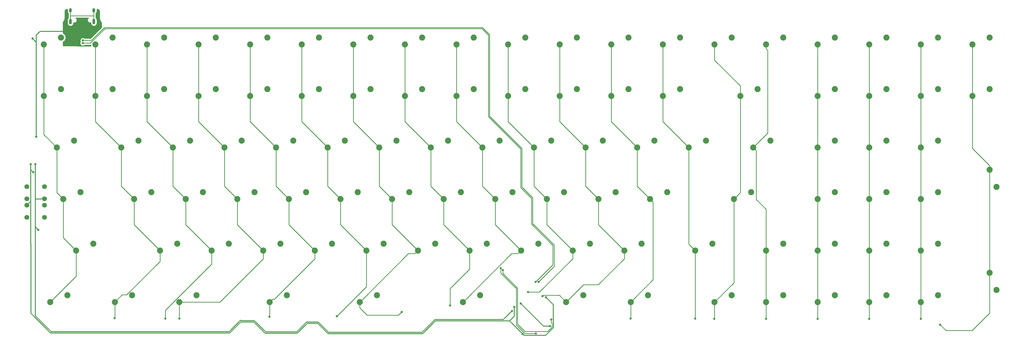
<source format=gbr>
G04 #@! TF.GenerationSoftware,KiCad,Pcbnew,(5.1.4)-1*
G04 #@! TF.CreationDate,2020-08-16T19:21:30-07:00*
G04 #@! TF.ProjectId,v1PCB,76315043-422e-46b6-9963-61645f706362,rev?*
G04 #@! TF.SameCoordinates,Original*
G04 #@! TF.FileFunction,Copper,L1,Top*
G04 #@! TF.FilePolarity,Positive*
%FSLAX46Y46*%
G04 Gerber Fmt 4.6, Leading zero omitted, Abs format (unit mm)*
G04 Created by KiCad (PCBNEW (5.1.4)-1) date 2020-08-16 19:21:30*
%MOMM*%
%LPD*%
G04 APERTURE LIST*
%ADD10C,2.250000*%
%ADD11O,1.000000X2.100000*%
%ADD12O,1.000000X1.600000*%
%ADD13C,1.800000*%
%ADD14C,0.800000*%
%ADD15C,0.304800*%
%ADD16C,0.254000*%
G04 APERTURE END LIST*
D10*
X281146250Y-206502000D03*
X274796250Y-209042000D03*
X126365000Y-111252000D03*
X120015000Y-113792000D03*
D11*
X129823750Y-105332000D03*
X138463750Y-105332000D03*
D12*
X129823750Y-101152000D03*
X138463750Y-101152000D03*
D10*
X138271250Y-187452000D03*
X131921250Y-189992000D03*
X450215000Y-206502000D03*
X443865000Y-209042000D03*
X450215000Y-187452000D03*
X443865000Y-189992000D03*
D13*
X113717000Y-177764000D03*
X120217000Y-173264000D03*
X113717000Y-173264000D03*
X120217000Y-177764000D03*
D10*
X319246250Y-206502000D03*
X312896250Y-209042000D03*
X145415000Y-111252000D03*
X139065000Y-113792000D03*
X471805000Y-204597000D03*
X469265000Y-198247000D03*
X471805000Y-166497000D03*
X469265000Y-160147000D03*
X209708750Y-206502000D03*
X203358750Y-209042000D03*
X366871250Y-187452000D03*
X360521250Y-189992000D03*
X381158750Y-168402000D03*
X374808750Y-170942000D03*
X383540000Y-130302000D03*
X377190000Y-132842000D03*
X321627500Y-187452000D03*
X315277500Y-189992000D03*
X302577500Y-187452000D03*
X296227500Y-189992000D03*
X169227500Y-187452000D03*
X162877500Y-189992000D03*
X240665000Y-111252000D03*
X234315000Y-113792000D03*
X183515000Y-111252000D03*
X177165000Y-113792000D03*
X393065000Y-187452000D03*
X386715000Y-189992000D03*
X173990000Y-149352000D03*
X167640000Y-151892000D03*
X412115000Y-149352000D03*
X405765000Y-151892000D03*
X431165000Y-206502000D03*
X424815000Y-209042000D03*
X412115000Y-206502000D03*
X405765000Y-209042000D03*
X393065000Y-206502000D03*
X386715000Y-209042000D03*
X374015000Y-206502000D03*
X367665000Y-209042000D03*
X343058750Y-206502000D03*
X336708750Y-209042000D03*
X243046250Y-206502000D03*
X236696250Y-209042000D03*
X176371250Y-206502000D03*
X170021250Y-209042000D03*
X152558750Y-206502000D03*
X146208750Y-209042000D03*
X128746250Y-206502000D03*
X122396250Y-209042000D03*
X431165000Y-187452000D03*
X424815000Y-189992000D03*
X412115000Y-187452000D03*
X405765000Y-189992000D03*
X340677500Y-187452000D03*
X334327500Y-189992000D03*
X283527500Y-187452000D03*
X277177500Y-189992000D03*
X264477500Y-187452000D03*
X258127500Y-189992000D03*
X245427500Y-187452000D03*
X239077500Y-189992000D03*
X226377500Y-187452000D03*
X220027500Y-189992000D03*
X207327500Y-187452000D03*
X200977500Y-189992000D03*
X188277500Y-187452000D03*
X181927500Y-189992000D03*
X450215000Y-168402000D03*
X443865000Y-170942000D03*
X431165000Y-168402000D03*
X424815000Y-170942000D03*
X412115000Y-168402000D03*
X405765000Y-170942000D03*
X350202500Y-168402000D03*
X343852500Y-170942000D03*
X331152500Y-168402000D03*
X324802500Y-170942000D03*
X312102500Y-168402000D03*
X305752500Y-170942000D03*
X293052500Y-168402000D03*
X286702500Y-170942000D03*
X274002500Y-168402000D03*
X267652500Y-170942000D03*
X254952500Y-168402000D03*
X248602500Y-170942000D03*
X235902500Y-168402000D03*
X229552500Y-170942000D03*
X216852500Y-168402000D03*
X210502500Y-170942000D03*
X197802500Y-168402000D03*
X191452500Y-170942000D03*
X178752500Y-168402000D03*
X172402500Y-170942000D03*
X159702500Y-168402000D03*
X153352500Y-170942000D03*
X133508750Y-168402000D03*
X127158750Y-170942000D03*
X450215000Y-149352000D03*
X443865000Y-151892000D03*
X431165000Y-149352000D03*
X424815000Y-151892000D03*
X388302500Y-149352000D03*
X381952500Y-151892000D03*
X364490000Y-149352000D03*
X358140000Y-151892000D03*
X345440000Y-149352000D03*
X339090000Y-151892000D03*
X326390000Y-149352000D03*
X320040000Y-151892000D03*
X307340000Y-149352000D03*
X300990000Y-151892000D03*
X288290000Y-149352000D03*
X281940000Y-151892000D03*
X269240000Y-149352000D03*
X262890000Y-151892000D03*
X250190000Y-149352000D03*
X243840000Y-151892000D03*
X231140000Y-149352000D03*
X224790000Y-151892000D03*
X212090000Y-149352000D03*
X205740000Y-151892000D03*
X193040000Y-149352000D03*
X186690000Y-151892000D03*
X154940000Y-149352000D03*
X148590000Y-151892000D03*
X131127500Y-149352000D03*
X124777500Y-151892000D03*
X469265000Y-130302000D03*
X462915000Y-132842000D03*
X450215000Y-130302000D03*
X443865000Y-132842000D03*
X431165000Y-130302000D03*
X424815000Y-132842000D03*
X412115000Y-130302000D03*
X405765000Y-132842000D03*
X354965000Y-130302000D03*
X348615000Y-132842000D03*
X335915000Y-130302000D03*
X329565000Y-132842000D03*
X316865000Y-130302000D03*
X310515000Y-132842000D03*
X297815000Y-130302000D03*
X291465000Y-132842000D03*
X278765000Y-130302000D03*
X272415000Y-132842000D03*
X259715000Y-130302000D03*
X253365000Y-132842000D03*
X240665000Y-130302000D03*
X234315000Y-132842000D03*
X221615000Y-130302000D03*
X215265000Y-132842000D03*
X202565000Y-130302000D03*
X196215000Y-132842000D03*
X183515000Y-130302000D03*
X177165000Y-132842000D03*
X164465000Y-130302000D03*
X158115000Y-132842000D03*
X145415000Y-130302000D03*
X139065000Y-132842000D03*
X126365000Y-130302000D03*
X120015000Y-132842000D03*
X469265000Y-111252000D03*
X462915000Y-113792000D03*
X450215000Y-111252000D03*
X443865000Y-113792000D03*
X431165000Y-111252000D03*
X424815000Y-113792000D03*
X412115000Y-111252000D03*
X405765000Y-113792000D03*
X393065000Y-111252000D03*
X386715000Y-113792000D03*
X374015000Y-111252000D03*
X367665000Y-113792000D03*
X354965000Y-111252000D03*
X348615000Y-113792000D03*
X335915000Y-111252000D03*
X329565000Y-113792000D03*
X316865000Y-111252000D03*
X310515000Y-113792000D03*
X297815000Y-111252000D03*
X291465000Y-113792000D03*
X278765000Y-111252000D03*
X272415000Y-113792000D03*
X259715000Y-111252000D03*
X253365000Y-113792000D03*
X221615000Y-111252000D03*
X215265000Y-113792000D03*
X202565000Y-111252000D03*
X196215000Y-113792000D03*
X164465000Y-111252000D03*
X158115000Y-113792000D03*
D13*
X120217000Y-166406000D03*
X113717000Y-170906000D03*
X120217000Y-170906000D03*
X113717000Y-166406000D03*
D14*
X116840000Y-158115000D03*
X117221000Y-147955000D03*
X115824000Y-111633000D03*
X117983000Y-182372000D03*
X292850000Y-212350000D03*
X130429000Y-108966000D03*
X137922000Y-108966000D03*
X146177000Y-215012250D03*
X164846000Y-215171000D03*
X170053000Y-215171000D03*
X203327000Y-214503000D03*
X228195933Y-214272067D03*
X252174317Y-212677317D03*
X270002000Y-210312000D03*
X298831000Y-205359000D03*
X304165000Y-206883000D03*
X336677000Y-215163000D03*
X360553000Y-215138000D03*
X367538000Y-215265000D03*
X386715000Y-215265000D03*
X405765000Y-215265000D03*
X424815000Y-215265000D03*
X443865000Y-215265000D03*
X450977000Y-217424000D03*
X115189000Y-158115000D03*
X116078000Y-161036000D03*
X305435000Y-207264000D03*
X293751000Y-210820000D03*
X296068750Y-209550000D03*
X306959000Y-217932000D03*
X296745308Y-220779692D03*
X301713849Y-220611751D03*
X288724990Y-196504000D03*
X289451990Y-197231000D03*
X307390800Y-215480001D03*
X134414399Y-112313604D03*
X302678863Y-201586771D03*
X134394850Y-113313415D03*
X301625000Y-201612500D03*
D15*
X116840000Y-179705000D02*
X116840000Y-178816000D01*
X116840000Y-178816000D02*
X116840000Y-158115000D01*
X117221000Y-117348000D02*
X117221000Y-147955000D01*
X116223999Y-112032999D02*
X117221000Y-113030000D01*
X115824000Y-111633000D02*
X116223999Y-112032999D01*
X117221000Y-113030000D02*
X117221000Y-117348000D01*
X118908208Y-170942000D02*
X116840000Y-170942000D01*
X118944208Y-170906000D02*
X118908208Y-170942000D01*
X120217000Y-170906000D02*
X118944208Y-170906000D01*
X116840000Y-158115000D02*
X116840000Y-170942000D01*
X116840000Y-170942000D02*
X116840000Y-178516000D01*
X116840000Y-181229000D02*
X116840000Y-180594000D01*
X117983000Y-182372000D02*
X116840000Y-181229000D01*
X116840000Y-179705000D02*
X116840000Y-180594000D01*
X221361000Y-216408000D02*
X225171000Y-220218000D01*
X217043000Y-216408000D02*
X221361000Y-216408000D01*
X213360000Y-220091000D02*
X217043000Y-216408000D01*
X201930000Y-220091000D02*
X213360000Y-220091000D01*
X197739000Y-215900000D02*
X201930000Y-220091000D01*
X116840000Y-214122000D02*
X122682000Y-219964000D01*
X225171000Y-220218000D02*
X259715000Y-220218000D01*
X116840000Y-180594000D02*
X116840000Y-214122000D01*
X259715000Y-220218000D02*
X264414000Y-215519000D01*
X122682000Y-219964000D02*
X188468000Y-219964000D01*
X188468000Y-219964000D02*
X192659000Y-215773000D01*
X192659000Y-215773000D02*
X192786000Y-215900000D01*
X192786000Y-215900000D02*
X197739000Y-215900000D01*
X289306000Y-215519000D02*
X264414000Y-215519000D01*
X289306000Y-215519000D02*
X289681000Y-215519000D01*
X289681000Y-215519000D02*
X292850000Y-212350000D01*
X130429000Y-108966000D02*
X137922000Y-108966000D01*
X118618000Y-108966000D02*
X117221000Y-110363000D01*
X130429000Y-108966000D02*
X118618000Y-108966000D01*
X117221000Y-110363000D02*
X117221000Y-113030000D01*
D16*
X120015000Y-132842000D02*
X120015000Y-131251010D01*
X120015000Y-131251010D02*
X120015000Y-113792000D01*
X131921250Y-189992000D02*
X131921250Y-199517000D01*
X131921250Y-199517000D02*
X122396250Y-209042000D01*
X127158750Y-170942000D02*
X127158750Y-185229500D01*
X127158750Y-185229500D02*
X131921250Y-189992000D01*
X124777500Y-151892000D02*
X124777500Y-168560750D01*
X124777500Y-168560750D02*
X127158750Y-170942000D01*
X120015000Y-132842000D02*
X120015000Y-147129500D01*
X120015000Y-147129500D02*
X124777500Y-151892000D01*
X150536788Y-206375000D02*
X148875750Y-206375000D01*
X148875750Y-206375000D02*
X146208750Y-209042000D01*
X162877500Y-189992000D02*
X162877500Y-194034288D01*
X162877500Y-194034288D02*
X150536788Y-206375000D01*
X153352500Y-170942000D02*
X153352500Y-180467000D01*
X153352500Y-180467000D02*
X162877500Y-189992000D01*
X148590000Y-151892000D02*
X148590000Y-166179500D01*
X148590000Y-166179500D02*
X153352500Y-170942000D01*
X139065000Y-132842000D02*
X139065000Y-142367000D01*
X139065000Y-142367000D02*
X148590000Y-151892000D01*
X139065000Y-113792000D02*
X139065000Y-132842000D01*
X146208750Y-209042000D02*
X146208750Y-214980500D01*
X146208750Y-214980500D02*
X146177000Y-215012250D01*
X172402500Y-170942000D02*
X172402500Y-180467000D01*
X172402500Y-180467000D02*
X181927500Y-189992000D01*
X167640000Y-151892000D02*
X167640000Y-166179500D01*
X167640000Y-166179500D02*
X172402500Y-170942000D01*
X158115000Y-132842000D02*
X158115000Y-142367000D01*
X158115000Y-142367000D02*
X167640000Y-151892000D01*
X158115000Y-113792000D02*
X158115000Y-115382990D01*
X158115000Y-115382990D02*
X158115000Y-132842000D01*
X164846000Y-212068288D02*
X164846000Y-215171000D01*
X181927500Y-189992000D02*
X181927500Y-194986788D01*
X181927500Y-194986788D02*
X164846000Y-212068288D01*
X200977500Y-189992000D02*
X200977500Y-193040962D01*
X200977500Y-193040962D02*
X184976462Y-209042000D01*
X184976462Y-209042000D02*
X171612240Y-209042000D01*
X171612240Y-209042000D02*
X170021250Y-209042000D01*
X191452500Y-170942000D02*
X191452500Y-180467000D01*
X191452500Y-180467000D02*
X200977500Y-189992000D01*
X186690000Y-151892000D02*
X186690000Y-166179500D01*
X186690000Y-166179500D02*
X191452500Y-170942000D01*
X177165000Y-132842000D02*
X177165000Y-142367000D01*
X177165000Y-142367000D02*
X186690000Y-151892000D01*
X177165000Y-113792000D02*
X177165000Y-132842000D01*
X170021250Y-209042000D02*
X170021250Y-215139250D01*
X170021250Y-215139250D02*
X170053000Y-215171000D01*
X220027500Y-189992000D02*
X220027500Y-193040962D01*
X220027500Y-193040962D02*
X205151461Y-207917001D01*
X205151461Y-207917001D02*
X204483749Y-207917001D01*
X204483749Y-207917001D02*
X203358750Y-209042000D01*
X210502500Y-170942000D02*
X210502500Y-180467000D01*
X210502500Y-180467000D02*
X220027500Y-189992000D01*
X205740000Y-151892000D02*
X205740000Y-166179500D01*
X205740000Y-166179500D02*
X210502500Y-170942000D01*
X196215000Y-132842000D02*
X196215000Y-142367000D01*
X196215000Y-142367000D02*
X205740000Y-151892000D01*
X196215000Y-113792000D02*
X196215000Y-132842000D01*
X203358750Y-214471250D02*
X203327000Y-214503000D01*
X203358750Y-209042000D02*
X203358750Y-214471250D01*
X229552500Y-170942000D02*
X229552500Y-180467000D01*
X229552500Y-180467000D02*
X239077500Y-189992000D01*
X224790000Y-151892000D02*
X224790000Y-166179500D01*
X224790000Y-166179500D02*
X229552500Y-170942000D01*
X215265000Y-132842000D02*
X215265000Y-142367000D01*
X215265000Y-142367000D02*
X224790000Y-151892000D01*
X215265000Y-113792000D02*
X215265000Y-132842000D01*
X239077500Y-203390500D02*
X228195933Y-214272067D01*
X239077500Y-189992000D02*
X239077500Y-203390500D01*
X258127500Y-189992000D02*
X257002501Y-191116999D01*
X257002501Y-191116999D02*
X254621251Y-191116999D01*
X254621251Y-191116999D02*
X237821249Y-207917001D01*
X237821249Y-207917001D02*
X236696250Y-209042000D01*
X248602500Y-170942000D02*
X248602500Y-180467000D01*
X248602500Y-180467000D02*
X258127500Y-189992000D01*
X243840000Y-151892000D02*
X243840000Y-166179500D01*
X243840000Y-166179500D02*
X248602500Y-170942000D01*
X234315000Y-132842000D02*
X234315000Y-142367000D01*
X234315000Y-142367000D02*
X243840000Y-151892000D01*
X234315000Y-113792000D02*
X234315000Y-115382990D01*
X234315000Y-115382990D02*
X234315000Y-132842000D01*
X236696250Y-211206934D02*
X239392217Y-213902901D01*
X239392217Y-213902901D02*
X250948733Y-213902901D01*
X236696250Y-209042000D02*
X236696250Y-211206934D01*
X250948733Y-213902901D02*
X252174317Y-212677317D01*
X267652500Y-170942000D02*
X267652500Y-180467000D01*
X267652500Y-180467000D02*
X277177500Y-189992000D01*
X262890000Y-151892000D02*
X262890000Y-166179500D01*
X262890000Y-166179500D02*
X267652500Y-170942000D01*
X253365000Y-132842000D02*
X253365000Y-142367000D01*
X253365000Y-142367000D02*
X262890000Y-151892000D01*
X253365000Y-113792000D02*
X253365000Y-132842000D01*
X277177500Y-196858982D02*
X270002000Y-204034482D01*
X277177500Y-189992000D02*
X277177500Y-196858982D01*
X270002000Y-204034482D02*
X270002000Y-210312000D01*
X296227500Y-189992000D02*
X295102501Y-191116999D01*
X295102501Y-191116999D02*
X292721251Y-191116999D01*
X292721251Y-191116999D02*
X275921249Y-207917001D01*
X275921249Y-207917001D02*
X274796250Y-209042000D01*
X286702500Y-170942000D02*
X286702500Y-180467000D01*
X286702500Y-180467000D02*
X296227500Y-189992000D01*
X281940000Y-151892000D02*
X281940000Y-166179500D01*
X281940000Y-166179500D02*
X286702500Y-170942000D01*
X272415000Y-132842000D02*
X272415000Y-142367000D01*
X272415000Y-142367000D02*
X281940000Y-151892000D01*
X272415000Y-113792000D02*
X272415000Y-115956934D01*
X272415000Y-115956934D02*
X272415000Y-132842000D01*
X305752500Y-170942000D02*
X305752500Y-180467000D01*
X305752500Y-180467000D02*
X315277500Y-189992000D01*
X300990000Y-151892000D02*
X300990000Y-166179500D01*
X300990000Y-166179500D02*
X305752500Y-170942000D01*
X291465000Y-132842000D02*
X291465000Y-142367000D01*
X291465000Y-142367000D02*
X300990000Y-151892000D01*
X291465000Y-113792000D02*
X291465000Y-132842000D01*
X315277500Y-193040962D02*
X302959462Y-205359000D01*
X315277500Y-189992000D02*
X315277500Y-193040962D01*
X302959462Y-205359000D02*
X298831000Y-205359000D01*
X324802500Y-170942000D02*
X324802500Y-180467000D01*
X324802500Y-180467000D02*
X334327500Y-189992000D01*
X320040000Y-151892000D02*
X320040000Y-166179500D01*
X320040000Y-166179500D02*
X324802500Y-170942000D01*
X310515000Y-132842000D02*
X310515000Y-142367000D01*
X310515000Y-142367000D02*
X320040000Y-151892000D01*
X310515000Y-113792000D02*
X310515000Y-132842000D01*
X319300240Y-202638010D02*
X312896250Y-209042000D01*
X324730452Y-202638010D02*
X319300240Y-202638010D01*
X334327500Y-189992000D02*
X334327500Y-193040962D01*
X334327500Y-193040962D02*
X324730452Y-202638010D01*
X312896250Y-209042000D02*
X310391249Y-206536999D01*
X310391249Y-206536999D02*
X304511001Y-206536999D01*
X304511001Y-206536999D02*
X304165000Y-206883000D01*
X343852500Y-170942000D02*
X344977499Y-172066999D01*
X344977499Y-172066999D02*
X344977499Y-200773251D01*
X344977499Y-200773251D02*
X337833749Y-207917001D01*
X337833749Y-207917001D02*
X336708750Y-209042000D01*
X339090000Y-151892000D02*
X339090000Y-166179500D01*
X339090000Y-166179500D02*
X343852500Y-170942000D01*
X329565000Y-132842000D02*
X329565000Y-142367000D01*
X329565000Y-142367000D02*
X339090000Y-151892000D01*
X329565000Y-113792000D02*
X329565000Y-116840962D01*
X329565000Y-116840962D02*
X329565000Y-132842000D01*
X336708750Y-209042000D02*
X336708750Y-215131250D01*
X336708750Y-215131250D02*
X336677000Y-215163000D01*
X358140000Y-151892000D02*
X358140000Y-187610750D01*
X358140000Y-187610750D02*
X360521250Y-189992000D01*
X348615000Y-132842000D02*
X348615000Y-142367000D01*
X348615000Y-142367000D02*
X358140000Y-151892000D01*
X348615000Y-113792000D02*
X348615000Y-115382990D01*
X348615000Y-115382990D02*
X348615000Y-132842000D01*
X360521250Y-189992000D02*
X360521250Y-215106250D01*
X360521250Y-215106250D02*
X360553000Y-215138000D01*
X374808750Y-170942000D02*
X374808750Y-201898250D01*
X374808750Y-201898250D02*
X367665000Y-209042000D01*
X377190000Y-132842000D02*
X377190000Y-168560750D01*
X377190000Y-168560750D02*
X374808750Y-170942000D01*
X367665000Y-209042000D02*
X367665000Y-215138000D01*
X367665000Y-215138000D02*
X367538000Y-215265000D01*
X367665000Y-113792000D02*
X367665000Y-119634000D01*
X367665000Y-119634000D02*
X377190000Y-129159000D01*
X377190000Y-129159000D02*
X377190000Y-132842000D01*
X386715000Y-189992000D02*
X386715000Y-209042000D01*
X381952500Y-151892000D02*
X383077499Y-153016999D01*
X383077499Y-153016999D02*
X383077499Y-171081787D01*
X383077499Y-171081787D02*
X386715000Y-174719288D01*
X386715000Y-174719288D02*
X386715000Y-188401010D01*
X386715000Y-188401010D02*
X386715000Y-189992000D01*
X386715000Y-113792000D02*
X386715000Y-115382990D01*
X386715000Y-115382990D02*
X387282001Y-115949991D01*
X387282001Y-115949991D02*
X387282001Y-146562499D01*
X387282001Y-146562499D02*
X383077499Y-150767001D01*
X383077499Y-150767001D02*
X381952500Y-151892000D01*
X386715000Y-209042000D02*
X386715000Y-215265000D01*
X405765000Y-113792000D02*
X405765000Y-209042000D01*
X405765000Y-209042000D02*
X405765000Y-215265000D01*
X424815000Y-113792000D02*
X424815000Y-209042000D01*
X424815000Y-209042000D02*
X424815000Y-215265000D01*
X443865000Y-113792000D02*
X443865000Y-173990962D01*
X443865000Y-173990962D02*
X443865000Y-209042000D01*
X443865000Y-209042000D02*
X443865000Y-215265000D01*
X469265000Y-160147000D02*
X469265000Y-198247000D01*
X462915000Y-132842000D02*
X462915000Y-148590000D01*
X469265000Y-160147000D02*
X469265000Y-158556010D01*
X469265000Y-158556010D02*
X462915000Y-152206010D01*
X462915000Y-152206010D02*
X462915000Y-148590000D01*
X462915000Y-113792000D02*
X462915000Y-132842000D01*
X469265000Y-198247000D02*
X469265000Y-212217000D01*
X469265000Y-212217000D02*
X469265000Y-213106000D01*
X469265000Y-213106000D02*
X462788000Y-219583000D01*
X462788000Y-219583000D02*
X453136000Y-219583000D01*
X453136000Y-219583000D02*
X450977000Y-217424000D01*
D15*
X115189000Y-158115000D02*
X115189000Y-158680685D01*
X115189000Y-160147000D02*
X115189000Y-159639000D01*
X116078000Y-161036000D02*
X115189000Y-160147000D01*
X115189000Y-158680685D02*
X115189000Y-159639000D01*
X115189000Y-159639000D02*
X115189000Y-169037000D01*
X115189000Y-171792000D02*
X115189000Y-170561000D01*
X113717000Y-173264000D02*
X115189000Y-171792000D01*
X115189000Y-169037000D02*
X115189000Y-170561000D01*
X115189000Y-187533000D02*
X115189000Y-170561000D01*
X115212000Y-187556000D02*
X115189000Y-187533000D01*
X115212000Y-213207908D02*
X115212000Y-187556000D01*
X122472901Y-220468810D02*
X115212000Y-213207908D01*
X192741098Y-216404810D02*
X188677099Y-220468810D01*
X197529902Y-216404810D02*
X192741098Y-216404810D01*
X201720901Y-220595810D02*
X197529902Y-216404810D01*
X221151902Y-216912810D02*
X217252098Y-216912810D01*
X264623098Y-216023810D02*
X259924099Y-220722810D01*
X259924099Y-220722810D02*
X224961901Y-220722810D01*
X217252098Y-216912810D02*
X213569099Y-220595810D01*
X224961901Y-220722810D02*
X221151902Y-216912810D01*
X188677099Y-220468810D02*
X122472901Y-220468810D01*
X213569099Y-220595810D02*
X201720901Y-220595810D01*
X293751000Y-211385685D02*
X293751000Y-210820000D01*
X264623098Y-216023810D02*
X289914744Y-216023810D01*
X305435000Y-207264000D02*
X308143201Y-209972201D01*
X308143201Y-209972201D02*
X308143201Y-216747799D01*
X308143201Y-216747799D02*
X308165411Y-216770009D01*
X308165411Y-216770009D02*
X308165410Y-218479540D01*
X296068750Y-209550000D02*
X304450750Y-217932000D01*
X304450750Y-217932000D02*
X306959000Y-217932000D01*
X291989426Y-216023810D02*
X291976190Y-216023810D01*
X296745308Y-220779692D02*
X291989426Y-216023810D01*
X289914744Y-216023810D02*
X291976190Y-216023810D01*
X291989426Y-216010574D02*
X293751000Y-214249000D01*
X291989426Y-216023810D02*
X291989426Y-216010574D01*
X293751000Y-214249000D02*
X293751000Y-210820000D01*
X305280798Y-221364152D02*
X305788100Y-220856850D01*
X297329768Y-221364152D02*
X305280798Y-221364152D01*
X296745308Y-220779692D02*
X297329768Y-221364152D01*
X308165410Y-218479540D02*
X305788100Y-220856850D01*
D16*
X301713849Y-220611751D02*
X297605501Y-220611751D01*
X297605501Y-220611751D02*
X294481250Y-217487500D01*
X294481250Y-217487500D02*
X294481250Y-204057250D01*
X294481250Y-204057250D02*
X288724990Y-198300990D01*
X288724990Y-198300990D02*
X288724990Y-196504000D01*
X307390800Y-216045686D02*
X307390800Y-215480001D01*
X307390800Y-216673386D02*
X307390800Y-216045686D01*
X307686001Y-216968587D02*
X307390800Y-216673386D01*
X289451990Y-197231000D02*
X289451990Y-198385924D01*
X289451990Y-198385924D02*
X294935260Y-203869193D01*
X294935260Y-203869193D02*
X294935260Y-217211260D01*
X294935260Y-217211260D02*
X297592750Y-219868750D01*
X297592750Y-219868750D02*
X306098212Y-219868750D01*
X307686001Y-218280961D02*
X307686001Y-216968587D01*
X306098212Y-219868750D02*
X307686001Y-218280961D01*
X141603230Y-108265730D02*
X141603233Y-108265730D01*
X141603233Y-108265730D02*
X142372973Y-107495990D01*
X134414399Y-112313604D02*
X137555359Y-112313604D01*
X137555359Y-112313604D02*
X141603233Y-108265730D01*
X281969307Y-107495990D02*
X284616510Y-110143193D01*
X281441510Y-107495990D02*
X281969307Y-107495990D01*
X142372973Y-107495990D02*
X281441510Y-107495990D01*
X284616510Y-110143193D02*
X284616510Y-140305694D01*
X284616510Y-140305694D02*
X296522760Y-152211943D01*
X296522760Y-166499444D02*
X300491510Y-170468193D01*
X296522760Y-152211943D02*
X296522760Y-166499444D01*
X300491510Y-179993194D02*
X308429010Y-187930693D01*
X300491510Y-170468193D02*
X300491510Y-179993194D01*
X308429010Y-187930693D02*
X308429010Y-195836624D01*
X308429010Y-195836624D02*
X302678863Y-201586771D01*
X137197614Y-113313415D02*
X142561030Y-107950000D01*
X134394850Y-113313415D02*
X137197614Y-113313415D01*
X307975000Y-195262500D02*
X301625000Y-201612500D01*
X307975000Y-188118750D02*
X307975000Y-195262500D01*
X296068750Y-152400000D02*
X296068750Y-166687500D01*
X300037500Y-180181250D02*
X307975000Y-188118750D01*
X300037500Y-170656250D02*
X300037500Y-180181250D01*
X296068750Y-166687500D02*
X300037500Y-170656250D01*
X284162500Y-140493750D02*
X296068750Y-152400000D01*
X281781250Y-107950000D02*
X284162500Y-110331250D01*
X284162500Y-110331250D02*
X284162500Y-140493750D01*
X142561030Y-107950000D02*
X281781250Y-107950000D01*
X129823750Y-102206000D02*
X129823750Y-103221250D01*
X129823750Y-103221250D02*
X129823750Y-105332000D01*
X138463750Y-102206000D02*
X138463750Y-103157750D01*
X138463750Y-103157750D02*
X138463750Y-105332000D01*
X129823750Y-103221250D02*
X138400250Y-103221250D01*
X138400250Y-103221250D02*
X138463750Y-103157750D01*
X129823750Y-101152000D02*
X129823750Y-102206000D01*
X138463750Y-101152000D02*
X138463750Y-102206000D01*
G36*
X128688750Y-100796249D02*
G01*
X128688750Y-101507752D01*
X128705173Y-101674499D01*
X128770074Y-101888447D01*
X128875467Y-102085623D01*
X129017302Y-102258449D01*
X129061750Y-102294927D01*
X129061751Y-103183815D01*
X129058064Y-103221250D01*
X129061750Y-103258676D01*
X129061750Y-103939072D01*
X129017301Y-103975551D01*
X128875466Y-104148377D01*
X128770074Y-104345554D01*
X128705173Y-104559502D01*
X128688750Y-104726249D01*
X128688750Y-105937752D01*
X128705173Y-106104499D01*
X128770074Y-106318447D01*
X128875467Y-106515623D01*
X129017302Y-106688449D01*
X129190128Y-106830284D01*
X129387304Y-106935676D01*
X129601252Y-107000577D01*
X129823750Y-107022491D01*
X130046249Y-107000577D01*
X130260197Y-106935676D01*
X130457373Y-106830284D01*
X130630199Y-106688449D01*
X130772034Y-106515623D01*
X130877426Y-106318447D01*
X130942327Y-106104499D01*
X130958750Y-105937752D01*
X130958750Y-105718904D01*
X130973728Y-105725108D01*
X131159198Y-105762000D01*
X131348302Y-105762000D01*
X131533772Y-105725108D01*
X131708481Y-105652741D01*
X131865714Y-105547681D01*
X131999431Y-105413964D01*
X132104491Y-105256731D01*
X132176858Y-105082022D01*
X132213750Y-104896552D01*
X132213750Y-104707448D01*
X132176858Y-104521978D01*
X132104491Y-104347269D01*
X131999431Y-104190036D01*
X131865714Y-104056319D01*
X131756359Y-103983250D01*
X136531141Y-103983250D01*
X136421786Y-104056319D01*
X136288069Y-104190036D01*
X136183009Y-104347269D01*
X136110642Y-104521978D01*
X136073750Y-104707448D01*
X136073750Y-104896552D01*
X136110642Y-105082022D01*
X136183009Y-105256731D01*
X136288069Y-105413964D01*
X136421786Y-105547681D01*
X136579019Y-105652741D01*
X136753728Y-105725108D01*
X136939198Y-105762000D01*
X137128302Y-105762000D01*
X137313772Y-105725108D01*
X137328750Y-105718904D01*
X137328750Y-105937752D01*
X137345173Y-106104499D01*
X137410074Y-106318447D01*
X137515467Y-106515623D01*
X137657302Y-106688449D01*
X137830128Y-106830284D01*
X138027304Y-106935676D01*
X138241252Y-107000577D01*
X138463750Y-107022491D01*
X138686249Y-107000577D01*
X138900197Y-106935676D01*
X139097373Y-106830284D01*
X139270199Y-106688449D01*
X139412034Y-106515623D01*
X139517426Y-106318447D01*
X139582327Y-106104499D01*
X139598750Y-105937752D01*
X139598750Y-104726248D01*
X139582327Y-104559501D01*
X139517426Y-104345553D01*
X139412034Y-104148377D01*
X139270199Y-103975551D01*
X139225750Y-103939073D01*
X139225750Y-103195173D01*
X139229436Y-103157750D01*
X139225750Y-103120324D01*
X139225750Y-102294927D01*
X139270199Y-102258449D01*
X139412034Y-102085623D01*
X139517426Y-101888446D01*
X139582327Y-101674498D01*
X139598750Y-101507751D01*
X139598750Y-100796248D01*
X139593949Y-100747500D01*
X139664053Y-100747500D01*
X139864901Y-100767193D01*
X140023518Y-100815083D01*
X140169816Y-100892871D01*
X140298216Y-100997591D01*
X140403834Y-101125261D01*
X140482639Y-101271009D01*
X140531635Y-101429289D01*
X140552500Y-101627810D01*
X140552501Y-104017355D01*
X140555632Y-104049149D01*
X140555564Y-104058947D01*
X140556565Y-104069160D01*
X140588950Y-104377288D01*
X140602353Y-104442582D01*
X140614829Y-104507982D01*
X140617794Y-104517806D01*
X140709412Y-104813776D01*
X140735250Y-104875243D01*
X140760183Y-104936954D01*
X140764996Y-104946006D01*
X140765000Y-104946015D01*
X140765005Y-104946022D01*
X140912361Y-105218553D01*
X140949620Y-105273791D01*
X140986089Y-105329522D01*
X140992575Y-105337475D01*
X141190065Y-105576200D01*
X141237357Y-105623163D01*
X141273658Y-105660233D01*
X141289671Y-107501662D01*
X141090900Y-107700433D01*
X141061808Y-107724308D01*
X141037937Y-107753395D01*
X137239729Y-111551604D01*
X135116110Y-111551604D01*
X135074173Y-111509667D01*
X134904655Y-111396399D01*
X134716297Y-111318378D01*
X134516338Y-111278604D01*
X134312460Y-111278604D01*
X134112501Y-111318378D01*
X133924143Y-111396399D01*
X133754625Y-111509667D01*
X133610462Y-111653830D01*
X133497194Y-111823348D01*
X133419173Y-112011706D01*
X133379399Y-112211665D01*
X133379399Y-112415543D01*
X133419173Y-112615502D01*
X133494648Y-112797713D01*
X133477645Y-112823159D01*
X133399624Y-113011517D01*
X133359850Y-113211476D01*
X133359850Y-113415354D01*
X133399624Y-113615313D01*
X133477645Y-113803671D01*
X133590913Y-113973189D01*
X133735076Y-114117352D01*
X133904594Y-114230620D01*
X134092952Y-114308641D01*
X134292911Y-114348415D01*
X134496789Y-114348415D01*
X134696748Y-114308641D01*
X134885106Y-114230620D01*
X135054624Y-114117352D01*
X135096561Y-114075415D01*
X137160191Y-114075415D01*
X137197614Y-114079101D01*
X137235037Y-114075415D01*
X137235040Y-114075415D01*
X137325129Y-114066542D01*
X137372636Y-114305373D01*
X137408226Y-114391295D01*
X127127000Y-114301109D01*
X127127000Y-112841380D01*
X127198673Y-112811692D01*
X127486935Y-112619081D01*
X127732081Y-112373935D01*
X127924692Y-112085673D01*
X128057364Y-111765373D01*
X128125000Y-111425345D01*
X128125000Y-111078655D01*
X128057364Y-110738627D01*
X127924692Y-110418327D01*
X127732081Y-110130065D01*
X127486935Y-109884919D01*
X127198673Y-109692308D01*
X127127000Y-109662620D01*
X127127000Y-105541750D01*
X127304347Y-105324299D01*
X127341202Y-105268827D01*
X127378847Y-105213849D01*
X127383728Y-105204822D01*
X127529183Y-104931262D01*
X127554585Y-104869632D01*
X127580812Y-104808440D01*
X127583847Y-104798636D01*
X127673396Y-104502035D01*
X127686344Y-104436643D01*
X127700185Y-104371527D01*
X127701258Y-104361321D01*
X127731492Y-104052974D01*
X127731492Y-104052973D01*
X127735000Y-104017355D01*
X127735000Y-101635947D01*
X127754693Y-101435099D01*
X127802583Y-101276482D01*
X127880371Y-101130184D01*
X127985091Y-101001784D01*
X128112761Y-100896166D01*
X128258509Y-100817361D01*
X128416789Y-100768365D01*
X128615310Y-100747500D01*
X128693551Y-100747500D01*
X128688750Y-100796249D01*
X128688750Y-100796249D01*
G37*
X128688750Y-100796249D02*
X128688750Y-101507752D01*
X128705173Y-101674499D01*
X128770074Y-101888447D01*
X128875467Y-102085623D01*
X129017302Y-102258449D01*
X129061750Y-102294927D01*
X129061751Y-103183815D01*
X129058064Y-103221250D01*
X129061750Y-103258676D01*
X129061750Y-103939072D01*
X129017301Y-103975551D01*
X128875466Y-104148377D01*
X128770074Y-104345554D01*
X128705173Y-104559502D01*
X128688750Y-104726249D01*
X128688750Y-105937752D01*
X128705173Y-106104499D01*
X128770074Y-106318447D01*
X128875467Y-106515623D01*
X129017302Y-106688449D01*
X129190128Y-106830284D01*
X129387304Y-106935676D01*
X129601252Y-107000577D01*
X129823750Y-107022491D01*
X130046249Y-107000577D01*
X130260197Y-106935676D01*
X130457373Y-106830284D01*
X130630199Y-106688449D01*
X130772034Y-106515623D01*
X130877426Y-106318447D01*
X130942327Y-106104499D01*
X130958750Y-105937752D01*
X130958750Y-105718904D01*
X130973728Y-105725108D01*
X131159198Y-105762000D01*
X131348302Y-105762000D01*
X131533772Y-105725108D01*
X131708481Y-105652741D01*
X131865714Y-105547681D01*
X131999431Y-105413964D01*
X132104491Y-105256731D01*
X132176858Y-105082022D01*
X132213750Y-104896552D01*
X132213750Y-104707448D01*
X132176858Y-104521978D01*
X132104491Y-104347269D01*
X131999431Y-104190036D01*
X131865714Y-104056319D01*
X131756359Y-103983250D01*
X136531141Y-103983250D01*
X136421786Y-104056319D01*
X136288069Y-104190036D01*
X136183009Y-104347269D01*
X136110642Y-104521978D01*
X136073750Y-104707448D01*
X136073750Y-104896552D01*
X136110642Y-105082022D01*
X136183009Y-105256731D01*
X136288069Y-105413964D01*
X136421786Y-105547681D01*
X136579019Y-105652741D01*
X136753728Y-105725108D01*
X136939198Y-105762000D01*
X137128302Y-105762000D01*
X137313772Y-105725108D01*
X137328750Y-105718904D01*
X137328750Y-105937752D01*
X137345173Y-106104499D01*
X137410074Y-106318447D01*
X137515467Y-106515623D01*
X137657302Y-106688449D01*
X137830128Y-106830284D01*
X138027304Y-106935676D01*
X138241252Y-107000577D01*
X138463750Y-107022491D01*
X138686249Y-107000577D01*
X138900197Y-106935676D01*
X139097373Y-106830284D01*
X139270199Y-106688449D01*
X139412034Y-106515623D01*
X139517426Y-106318447D01*
X139582327Y-106104499D01*
X139598750Y-105937752D01*
X139598750Y-104726248D01*
X139582327Y-104559501D01*
X139517426Y-104345553D01*
X139412034Y-104148377D01*
X139270199Y-103975551D01*
X139225750Y-103939073D01*
X139225750Y-103195173D01*
X139229436Y-103157750D01*
X139225750Y-103120324D01*
X139225750Y-102294927D01*
X139270199Y-102258449D01*
X139412034Y-102085623D01*
X139517426Y-101888446D01*
X139582327Y-101674498D01*
X139598750Y-101507751D01*
X139598750Y-100796248D01*
X139593949Y-100747500D01*
X139664053Y-100747500D01*
X139864901Y-100767193D01*
X140023518Y-100815083D01*
X140169816Y-100892871D01*
X140298216Y-100997591D01*
X140403834Y-101125261D01*
X140482639Y-101271009D01*
X140531635Y-101429289D01*
X140552500Y-101627810D01*
X140552501Y-104017355D01*
X140555632Y-104049149D01*
X140555564Y-104058947D01*
X140556565Y-104069160D01*
X140588950Y-104377288D01*
X140602353Y-104442582D01*
X140614829Y-104507982D01*
X140617794Y-104517806D01*
X140709412Y-104813776D01*
X140735250Y-104875243D01*
X140760183Y-104936954D01*
X140764996Y-104946006D01*
X140765000Y-104946015D01*
X140765005Y-104946022D01*
X140912361Y-105218553D01*
X140949620Y-105273791D01*
X140986089Y-105329522D01*
X140992575Y-105337475D01*
X141190065Y-105576200D01*
X141237357Y-105623163D01*
X141273658Y-105660233D01*
X141289671Y-107501662D01*
X141090900Y-107700433D01*
X141061808Y-107724308D01*
X141037937Y-107753395D01*
X137239729Y-111551604D01*
X135116110Y-111551604D01*
X135074173Y-111509667D01*
X134904655Y-111396399D01*
X134716297Y-111318378D01*
X134516338Y-111278604D01*
X134312460Y-111278604D01*
X134112501Y-111318378D01*
X133924143Y-111396399D01*
X133754625Y-111509667D01*
X133610462Y-111653830D01*
X133497194Y-111823348D01*
X133419173Y-112011706D01*
X133379399Y-112211665D01*
X133379399Y-112415543D01*
X133419173Y-112615502D01*
X133494648Y-112797713D01*
X133477645Y-112823159D01*
X133399624Y-113011517D01*
X133359850Y-113211476D01*
X133359850Y-113415354D01*
X133399624Y-113615313D01*
X133477645Y-113803671D01*
X133590913Y-113973189D01*
X133735076Y-114117352D01*
X133904594Y-114230620D01*
X134092952Y-114308641D01*
X134292911Y-114348415D01*
X134496789Y-114348415D01*
X134696748Y-114308641D01*
X134885106Y-114230620D01*
X135054624Y-114117352D01*
X135096561Y-114075415D01*
X137160191Y-114075415D01*
X137197614Y-114079101D01*
X137235037Y-114075415D01*
X137235040Y-114075415D01*
X137325129Y-114066542D01*
X137372636Y-114305373D01*
X137408226Y-114391295D01*
X127127000Y-114301109D01*
X127127000Y-112841380D01*
X127198673Y-112811692D01*
X127486935Y-112619081D01*
X127732081Y-112373935D01*
X127924692Y-112085673D01*
X128057364Y-111765373D01*
X128125000Y-111425345D01*
X128125000Y-111078655D01*
X128057364Y-110738627D01*
X127924692Y-110418327D01*
X127732081Y-110130065D01*
X127486935Y-109884919D01*
X127198673Y-109692308D01*
X127127000Y-109662620D01*
X127127000Y-105541750D01*
X127304347Y-105324299D01*
X127341202Y-105268827D01*
X127378847Y-105213849D01*
X127383728Y-105204822D01*
X127529183Y-104931262D01*
X127554585Y-104869632D01*
X127580812Y-104808440D01*
X127583847Y-104798636D01*
X127673396Y-104502035D01*
X127686344Y-104436643D01*
X127700185Y-104371527D01*
X127701258Y-104361321D01*
X127731492Y-104052974D01*
X127731492Y-104052973D01*
X127735000Y-104017355D01*
X127735000Y-101635947D01*
X127754693Y-101435099D01*
X127802583Y-101276482D01*
X127880371Y-101130184D01*
X127985091Y-101001784D01*
X128112761Y-100896166D01*
X128258509Y-100817361D01*
X128416789Y-100768365D01*
X128615310Y-100747500D01*
X128693551Y-100747500D01*
X128688750Y-100796249D01*
M02*

</source>
